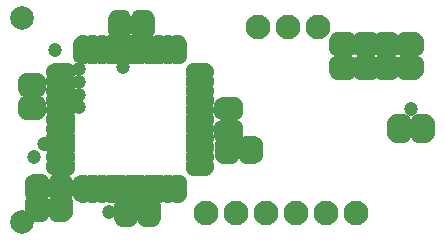
<source format=gbr>
%FSLAX34Y34*%
%MOMM*%
%LNSOLDERMASK_TOP*%
G71*
G01*
%ADD10C, 1.00*%
%ADD11R, 0.70X0.70*%
%ADD12R, 1.00X1.10*%
%ADD13R, 1.10X1.00*%
%ADD14C, 1.20*%
%ADD15C, 2.00*%
%ADD16C, 2.10*%
%LPD*%
G36*
X66212Y-59875D02*
X68212Y-57875D01*
X79212Y-57875D01*
X80212Y-58875D01*
X80212Y-62875D01*
X79212Y-63875D01*
X68212Y-63875D01*
X66212Y-61875D01*
X66212Y-59875D01*
G37*
G54D10*
X66212Y-59875D02*
X68212Y-57875D01*
X79212Y-57875D01*
X80212Y-58875D01*
X80212Y-62875D01*
X79212Y-63875D01*
X68212Y-63875D01*
X66212Y-61875D01*
X66212Y-59875D01*
G36*
X66212Y-67875D02*
X68212Y-65875D01*
X79212Y-65875D01*
X80212Y-66875D01*
X80212Y-70875D01*
X79212Y-71875D01*
X68212Y-71875D01*
X66212Y-69875D01*
X66212Y-67875D01*
G37*
G54D10*
X66212Y-67875D02*
X68212Y-65875D01*
X79212Y-65875D01*
X80212Y-66875D01*
X80212Y-70875D01*
X79212Y-71875D01*
X68212Y-71875D01*
X66212Y-69875D01*
X66212Y-67875D01*
X74712Y-60875D02*
G54D11*
D03*
X74712Y-68875D02*
G54D11*
D03*
G36*
X66212Y-75875D02*
X68212Y-73875D01*
X79212Y-73875D01*
X80212Y-74875D01*
X80212Y-78875D01*
X79212Y-79875D01*
X68212Y-79875D01*
X66212Y-77875D01*
X66212Y-75875D01*
G37*
G54D10*
X66212Y-75875D02*
X68212Y-73875D01*
X79212Y-73875D01*
X80212Y-74875D01*
X80212Y-78875D01*
X79212Y-79875D01*
X68212Y-79875D01*
X66212Y-77875D01*
X66212Y-75875D01*
G36*
X66212Y-83875D02*
X68212Y-81875D01*
X79212Y-81875D01*
X80212Y-82875D01*
X80212Y-86875D01*
X79212Y-87875D01*
X68212Y-87875D01*
X66212Y-85875D01*
X66212Y-83875D01*
G37*
G54D10*
X66212Y-83875D02*
X68212Y-81875D01*
X79212Y-81875D01*
X80212Y-82875D01*
X80212Y-86875D01*
X79212Y-87875D01*
X68212Y-87875D01*
X66212Y-85875D01*
X66212Y-83875D01*
X74712Y-76875D02*
G54D11*
D03*
X74712Y-84875D02*
G54D11*
D03*
G36*
X66212Y-91875D02*
X68212Y-89875D01*
X79212Y-89875D01*
X80212Y-90875D01*
X80212Y-94875D01*
X79212Y-95875D01*
X68212Y-95875D01*
X66212Y-93875D01*
X66212Y-91875D01*
G37*
G54D10*
X66212Y-91875D02*
X68212Y-89875D01*
X79212Y-89875D01*
X80212Y-90875D01*
X80212Y-94875D01*
X79212Y-95875D01*
X68212Y-95875D01*
X66212Y-93875D01*
X66212Y-91875D01*
G36*
X66212Y-99875D02*
X68212Y-97875D01*
X79212Y-97875D01*
X80212Y-98875D01*
X80212Y-102875D01*
X79212Y-103875D01*
X68212Y-103875D01*
X66212Y-101875D01*
X66212Y-99875D01*
G37*
G54D10*
X66212Y-99875D02*
X68212Y-97875D01*
X79212Y-97875D01*
X80212Y-98875D01*
X80212Y-102875D01*
X79212Y-103875D01*
X68212Y-103875D01*
X66212Y-101875D01*
X66212Y-99875D01*
X74712Y-92875D02*
G54D11*
D03*
X74712Y-100875D02*
G54D11*
D03*
G36*
X66212Y-107875D02*
X68212Y-105875D01*
X79212Y-105875D01*
X80212Y-106875D01*
X80212Y-110875D01*
X79212Y-111875D01*
X68212Y-111875D01*
X66212Y-109875D01*
X66212Y-107875D01*
G37*
G54D10*
X66212Y-107875D02*
X68212Y-105875D01*
X79212Y-105875D01*
X80212Y-106875D01*
X80212Y-110875D01*
X79212Y-111875D01*
X68212Y-111875D01*
X66212Y-109875D01*
X66212Y-107875D01*
G36*
X66212Y-115875D02*
X68212Y-113875D01*
X79212Y-113875D01*
X80212Y-114875D01*
X80212Y-118875D01*
X79212Y-119875D01*
X68212Y-119875D01*
X66212Y-117875D01*
X66212Y-115875D01*
G37*
G54D10*
X66212Y-115875D02*
X68212Y-113875D01*
X79212Y-113875D01*
X80212Y-114875D01*
X80212Y-118875D01*
X79212Y-119875D01*
X68212Y-119875D01*
X66212Y-117875D01*
X66212Y-115875D01*
X74712Y-108875D02*
G54D11*
D03*
X74712Y-116875D02*
G54D11*
D03*
G36*
X173212Y-34875D02*
X175212Y-36875D01*
X175212Y-47875D01*
X174212Y-48875D01*
X170212Y-48875D01*
X169212Y-47875D01*
X169212Y-36875D01*
X171212Y-34875D01*
X173212Y-34875D01*
G37*
G54D10*
X173212Y-34875D02*
X175212Y-36875D01*
X175212Y-47875D01*
X174212Y-48875D01*
X170212Y-48875D01*
X169212Y-47875D01*
X169212Y-36875D01*
X171212Y-34875D01*
X173212Y-34875D01*
G36*
X165212Y-34875D02*
X167212Y-36875D01*
X167212Y-47875D01*
X166212Y-48875D01*
X162212Y-48875D01*
X161212Y-47875D01*
X161212Y-36875D01*
X163212Y-34875D01*
X165212Y-34875D01*
G37*
G54D10*
X165212Y-34875D02*
X167212Y-36875D01*
X167212Y-47875D01*
X166212Y-48875D01*
X162212Y-48875D01*
X161212Y-47875D01*
X161212Y-36875D01*
X163212Y-34875D01*
X165212Y-34875D01*
X172212Y-43375D02*
G54D11*
D03*
X164212Y-43375D02*
G54D11*
D03*
G36*
X157212Y-34875D02*
X159212Y-36875D01*
X159212Y-47875D01*
X158212Y-48875D01*
X154212Y-48875D01*
X153212Y-47875D01*
X153212Y-36875D01*
X155212Y-34875D01*
X157212Y-34875D01*
G37*
G54D10*
X157212Y-34875D02*
X159212Y-36875D01*
X159212Y-47875D01*
X158212Y-48875D01*
X154212Y-48875D01*
X153212Y-47875D01*
X153212Y-36875D01*
X155212Y-34875D01*
X157212Y-34875D01*
G36*
X149212Y-34875D02*
X151212Y-36875D01*
X151212Y-47875D01*
X150212Y-48875D01*
X146212Y-48875D01*
X145212Y-47875D01*
X145212Y-36875D01*
X147212Y-34875D01*
X149212Y-34875D01*
G37*
G54D10*
X149212Y-34875D02*
X151212Y-36875D01*
X151212Y-47875D01*
X150212Y-48875D01*
X146212Y-48875D01*
X145212Y-47875D01*
X145212Y-36875D01*
X147212Y-34875D01*
X149212Y-34875D01*
X156212Y-43375D02*
G54D11*
D03*
X148212Y-43375D02*
G54D11*
D03*
G36*
X141212Y-34875D02*
X143212Y-36875D01*
X143212Y-47875D01*
X142212Y-48875D01*
X138212Y-48875D01*
X137212Y-47875D01*
X137212Y-36875D01*
X139212Y-34875D01*
X141212Y-34875D01*
G37*
G54D10*
X141212Y-34875D02*
X143212Y-36875D01*
X143212Y-47875D01*
X142212Y-48875D01*
X138212Y-48875D01*
X137212Y-47875D01*
X137212Y-36875D01*
X139212Y-34875D01*
X141212Y-34875D01*
G36*
X133212Y-34875D02*
X135212Y-36875D01*
X135212Y-47875D01*
X134212Y-48875D01*
X130212Y-48875D01*
X129212Y-47875D01*
X129212Y-36875D01*
X131212Y-34875D01*
X133212Y-34875D01*
G37*
G54D10*
X133212Y-34875D02*
X135212Y-36875D01*
X135212Y-47875D01*
X134212Y-48875D01*
X130212Y-48875D01*
X129212Y-47875D01*
X129212Y-36875D01*
X131212Y-34875D01*
X133212Y-34875D01*
X140212Y-43375D02*
G54D11*
D03*
X132212Y-43375D02*
G54D11*
D03*
G36*
X125212Y-34875D02*
X127212Y-36875D01*
X127212Y-47875D01*
X126212Y-48875D01*
X122212Y-48875D01*
X121212Y-47875D01*
X121212Y-36875D01*
X123212Y-34875D01*
X125212Y-34875D01*
G37*
G54D10*
X125212Y-34875D02*
X127212Y-36875D01*
X127212Y-47875D01*
X126212Y-48875D01*
X122212Y-48875D01*
X121212Y-47875D01*
X121212Y-36875D01*
X123212Y-34875D01*
X125212Y-34875D01*
G36*
X117212Y-34875D02*
X119212Y-36875D01*
X119212Y-47875D01*
X118212Y-48875D01*
X114212Y-48875D01*
X113212Y-47875D01*
X113212Y-36875D01*
X115212Y-34875D01*
X117212Y-34875D01*
G37*
G54D10*
X117212Y-34875D02*
X119212Y-36875D01*
X119212Y-47875D01*
X118212Y-48875D01*
X114212Y-48875D01*
X113212Y-47875D01*
X113212Y-36875D01*
X115212Y-34875D01*
X117212Y-34875D01*
X124212Y-43375D02*
G54D11*
D03*
X116212Y-43375D02*
G54D11*
D03*
G36*
X198212Y-117875D02*
X196212Y-119875D01*
X185212Y-119875D01*
X184212Y-118875D01*
X184212Y-114875D01*
X185212Y-113875D01*
X196212Y-113875D01*
X198212Y-115875D01*
X198212Y-117875D01*
G37*
G54D10*
X198212Y-117875D02*
X196212Y-119875D01*
X185212Y-119875D01*
X184212Y-118875D01*
X184212Y-114875D01*
X185212Y-113875D01*
X196212Y-113875D01*
X198212Y-115875D01*
X198212Y-117875D01*
G36*
X198212Y-109875D02*
X196212Y-111875D01*
X185212Y-111875D01*
X184212Y-110875D01*
X184212Y-106875D01*
X185212Y-105875D01*
X196212Y-105875D01*
X198212Y-107875D01*
X198212Y-109875D01*
G37*
G54D10*
X198212Y-109875D02*
X196212Y-111875D01*
X185212Y-111875D01*
X184212Y-110875D01*
X184212Y-106875D01*
X185212Y-105875D01*
X196212Y-105875D01*
X198212Y-107875D01*
X198212Y-109875D01*
X189712Y-116875D02*
G54D11*
D03*
X189712Y-108875D02*
G54D11*
D03*
G36*
X198212Y-101875D02*
X196212Y-103875D01*
X185212Y-103875D01*
X184212Y-102875D01*
X184212Y-98875D01*
X185212Y-97875D01*
X196212Y-97875D01*
X198212Y-99875D01*
X198212Y-101875D01*
G37*
G54D10*
X198212Y-101875D02*
X196212Y-103875D01*
X185212Y-103875D01*
X184212Y-102875D01*
X184212Y-98875D01*
X185212Y-97875D01*
X196212Y-97875D01*
X198212Y-99875D01*
X198212Y-101875D01*
G36*
X198212Y-93875D02*
X196212Y-95875D01*
X185212Y-95875D01*
X184212Y-94875D01*
X184212Y-90875D01*
X185212Y-89875D01*
X196212Y-89875D01*
X198212Y-91875D01*
X198212Y-93875D01*
G37*
G54D10*
X198212Y-93875D02*
X196212Y-95875D01*
X185212Y-95875D01*
X184212Y-94875D01*
X184212Y-90875D01*
X185212Y-89875D01*
X196212Y-89875D01*
X198212Y-91875D01*
X198212Y-93875D01*
X189712Y-100875D02*
G54D11*
D03*
X189712Y-92875D02*
G54D11*
D03*
G36*
X198212Y-85875D02*
X196212Y-87875D01*
X185212Y-87875D01*
X184212Y-86875D01*
X184212Y-82875D01*
X185212Y-81875D01*
X196212Y-81875D01*
X198212Y-83875D01*
X198212Y-85875D01*
G37*
G54D10*
X198212Y-85875D02*
X196212Y-87875D01*
X185212Y-87875D01*
X184212Y-86875D01*
X184212Y-82875D01*
X185212Y-81875D01*
X196212Y-81875D01*
X198212Y-83875D01*
X198212Y-85875D01*
G36*
X198212Y-77875D02*
X196212Y-79875D01*
X185212Y-79875D01*
X184212Y-78875D01*
X184212Y-74875D01*
X185212Y-73875D01*
X196212Y-73875D01*
X198212Y-75875D01*
X198212Y-77875D01*
G37*
G54D10*
X198212Y-77875D02*
X196212Y-79875D01*
X185212Y-79875D01*
X184212Y-78875D01*
X184212Y-74875D01*
X185212Y-73875D01*
X196212Y-73875D01*
X198212Y-75875D01*
X198212Y-77875D01*
X189712Y-84875D02*
G54D11*
D03*
X189712Y-76875D02*
G54D11*
D03*
G36*
X198212Y-69875D02*
X196212Y-71875D01*
X185212Y-71875D01*
X184212Y-70875D01*
X184212Y-66875D01*
X185212Y-65875D01*
X196212Y-65875D01*
X198212Y-67875D01*
X198212Y-69875D01*
G37*
G54D10*
X198212Y-69875D02*
X196212Y-71875D01*
X185212Y-71875D01*
X184212Y-70875D01*
X184212Y-66875D01*
X185212Y-65875D01*
X196212Y-65875D01*
X198212Y-67875D01*
X198212Y-69875D01*
G36*
X198212Y-61875D02*
X196212Y-63875D01*
X185212Y-63875D01*
X184212Y-62875D01*
X184212Y-58875D01*
X185212Y-57875D01*
X196212Y-57875D01*
X198212Y-59875D01*
X198212Y-61875D01*
G37*
G54D10*
X198212Y-61875D02*
X196212Y-63875D01*
X185212Y-63875D01*
X184212Y-62875D01*
X184212Y-58875D01*
X185212Y-57875D01*
X196212Y-57875D01*
X198212Y-59875D01*
X198212Y-61875D01*
X189712Y-68875D02*
G54D11*
D03*
X189712Y-60875D02*
G54D11*
D03*
G36*
X115212Y-166875D02*
X113212Y-164875D01*
X113212Y-153875D01*
X114212Y-152875D01*
X118212Y-152875D01*
X119212Y-153875D01*
X119212Y-164875D01*
X117212Y-166875D01*
X115212Y-166875D01*
G37*
G54D10*
X115212Y-166875D02*
X113212Y-164875D01*
X113212Y-153875D01*
X114212Y-152875D01*
X118212Y-152875D01*
X119212Y-153875D01*
X119212Y-164875D01*
X117212Y-166875D01*
X115212Y-166875D01*
G36*
X123212Y-166875D02*
X121212Y-164875D01*
X121212Y-153875D01*
X122212Y-152875D01*
X126212Y-152875D01*
X127212Y-153875D01*
X127212Y-164875D01*
X125212Y-166875D01*
X123212Y-166875D01*
G37*
G54D10*
X123212Y-166875D02*
X121212Y-164875D01*
X121212Y-153875D01*
X122212Y-152875D01*
X126212Y-152875D01*
X127212Y-153875D01*
X127212Y-164875D01*
X125212Y-166875D01*
X123212Y-166875D01*
X116212Y-158375D02*
G54D11*
D03*
X124212Y-158375D02*
G54D11*
D03*
G36*
X131212Y-166875D02*
X129212Y-164875D01*
X129212Y-153875D01*
X130212Y-152875D01*
X134212Y-152875D01*
X135212Y-153875D01*
X135212Y-164875D01*
X133212Y-166875D01*
X131212Y-166875D01*
G37*
G54D10*
X131212Y-166875D02*
X129212Y-164875D01*
X129212Y-153875D01*
X130212Y-152875D01*
X134212Y-152875D01*
X135212Y-153875D01*
X135212Y-164875D01*
X133212Y-166875D01*
X131212Y-166875D01*
G36*
X139212Y-166875D02*
X137212Y-164875D01*
X137212Y-153875D01*
X138212Y-152875D01*
X142212Y-152875D01*
X143212Y-153875D01*
X143212Y-164875D01*
X141212Y-166875D01*
X139212Y-166875D01*
G37*
G54D10*
X139212Y-166875D02*
X137212Y-164875D01*
X137212Y-153875D01*
X138212Y-152875D01*
X142212Y-152875D01*
X143212Y-153875D01*
X143212Y-164875D01*
X141212Y-166875D01*
X139212Y-166875D01*
X132212Y-158375D02*
G54D11*
D03*
X140212Y-158375D02*
G54D11*
D03*
G36*
X147212Y-166875D02*
X145212Y-164875D01*
X145212Y-153875D01*
X146212Y-152875D01*
X150212Y-152875D01*
X151212Y-153875D01*
X151212Y-164875D01*
X149212Y-166875D01*
X147212Y-166875D01*
G37*
G54D10*
X147212Y-166875D02*
X145212Y-164875D01*
X145212Y-153875D01*
X146212Y-152875D01*
X150212Y-152875D01*
X151212Y-153875D01*
X151212Y-164875D01*
X149212Y-166875D01*
X147212Y-166875D01*
G36*
X155212Y-166875D02*
X153212Y-164875D01*
X153212Y-153875D01*
X154212Y-152875D01*
X158212Y-152875D01*
X159212Y-153875D01*
X159212Y-164875D01*
X157212Y-166875D01*
X155212Y-166875D01*
G37*
G54D10*
X155212Y-166875D02*
X153212Y-164875D01*
X153212Y-153875D01*
X154212Y-152875D01*
X158212Y-152875D01*
X159212Y-153875D01*
X159212Y-164875D01*
X157212Y-166875D01*
X155212Y-166875D01*
X148212Y-158375D02*
G54D11*
D03*
X156212Y-158375D02*
G54D11*
D03*
G36*
X163212Y-166875D02*
X161212Y-164875D01*
X161212Y-153875D01*
X162212Y-152875D01*
X166212Y-152875D01*
X167212Y-153875D01*
X167212Y-164875D01*
X165212Y-166875D01*
X163212Y-166875D01*
G37*
G54D10*
X163212Y-166875D02*
X161212Y-164875D01*
X161212Y-153875D01*
X162212Y-152875D01*
X166212Y-152875D01*
X167212Y-153875D01*
X167212Y-164875D01*
X165212Y-166875D01*
X163212Y-166875D01*
G36*
X171212Y-166875D02*
X169212Y-164875D01*
X169212Y-153875D01*
X170212Y-152875D01*
X174212Y-152875D01*
X175212Y-153875D01*
X175212Y-164875D01*
X173212Y-166875D01*
X171212Y-166875D01*
G37*
G54D10*
X171212Y-166875D02*
X169212Y-164875D01*
X169212Y-153875D01*
X170212Y-152875D01*
X174212Y-152875D01*
X175212Y-153875D01*
X175212Y-164875D01*
X173212Y-166875D01*
X171212Y-166875D01*
X164212Y-158375D02*
G54D11*
D03*
X172212Y-158375D02*
G54D11*
D03*
G36*
X66212Y-123875D02*
X68212Y-121875D01*
X79212Y-121875D01*
X80212Y-122875D01*
X80212Y-126875D01*
X79212Y-127875D01*
X68212Y-127875D01*
X66212Y-125875D01*
X66212Y-123875D01*
G37*
G54D10*
X66212Y-123875D02*
X68212Y-121875D01*
X79212Y-121875D01*
X80212Y-122875D01*
X80212Y-126875D01*
X79212Y-127875D01*
X68212Y-127875D01*
X66212Y-125875D01*
X66212Y-123875D01*
X74712Y-124875D02*
G54D11*
D03*
G36*
X66212Y-131875D02*
X68212Y-129875D01*
X79212Y-129875D01*
X80212Y-130875D01*
X80212Y-134875D01*
X79212Y-135875D01*
X68212Y-135875D01*
X66212Y-133875D01*
X66212Y-131875D01*
G37*
G54D10*
X66212Y-131875D02*
X68212Y-129875D01*
X79212Y-129875D01*
X80212Y-130875D01*
X80212Y-134875D01*
X79212Y-135875D01*
X68212Y-135875D01*
X66212Y-133875D01*
X66212Y-131875D01*
G36*
X66212Y-139875D02*
X68212Y-137875D01*
X79212Y-137875D01*
X80212Y-138875D01*
X80212Y-142875D01*
X79212Y-143875D01*
X68212Y-143875D01*
X66212Y-141875D01*
X66212Y-139875D01*
G37*
G54D10*
X66212Y-139875D02*
X68212Y-137875D01*
X79212Y-137875D01*
X80212Y-138875D01*
X80212Y-142875D01*
X79212Y-143875D01*
X68212Y-143875D01*
X66212Y-141875D01*
X66212Y-139875D01*
X74712Y-132875D02*
G54D11*
D03*
X74712Y-140875D02*
G54D11*
D03*
G36*
X109212Y-34875D02*
X111212Y-36875D01*
X111212Y-47875D01*
X110212Y-48875D01*
X106212Y-48875D01*
X105212Y-47875D01*
X105212Y-36875D01*
X107212Y-34875D01*
X109212Y-34875D01*
G37*
G54D10*
X109212Y-34875D02*
X111212Y-36875D01*
X111212Y-47875D01*
X110212Y-48875D01*
X106212Y-48875D01*
X105212Y-47875D01*
X105212Y-36875D01*
X107212Y-34875D01*
X109212Y-34875D01*
X108212Y-43375D02*
G54D11*
D03*
G36*
X101212Y-34875D02*
X103212Y-36875D01*
X103212Y-47875D01*
X102212Y-48875D01*
X98212Y-48875D01*
X97212Y-47875D01*
X97212Y-36875D01*
X99212Y-34875D01*
X101212Y-34875D01*
G37*
G54D10*
X101212Y-34875D02*
X103212Y-36875D01*
X103212Y-47875D01*
X102212Y-48875D01*
X98212Y-48875D01*
X97212Y-47875D01*
X97212Y-36875D01*
X99212Y-34875D01*
X101212Y-34875D01*
G36*
X93212Y-34875D02*
X95212Y-36875D01*
X95212Y-47875D01*
X94212Y-48875D01*
X90212Y-48875D01*
X89212Y-47875D01*
X89212Y-36875D01*
X91212Y-34875D01*
X93212Y-34875D01*
G37*
G54D10*
X93212Y-34875D02*
X95212Y-36875D01*
X95212Y-47875D01*
X94212Y-48875D01*
X90212Y-48875D01*
X89212Y-47875D01*
X89212Y-36875D01*
X91212Y-34875D01*
X93212Y-34875D01*
X100212Y-43375D02*
G54D11*
D03*
X92212Y-43375D02*
G54D11*
D03*
G36*
X198212Y-141875D02*
X196212Y-143875D01*
X185212Y-143875D01*
X184212Y-142875D01*
X184212Y-138875D01*
X185212Y-137875D01*
X196212Y-137875D01*
X198212Y-139875D01*
X198212Y-141875D01*
G37*
G54D10*
X198212Y-141875D02*
X196212Y-143875D01*
X185212Y-143875D01*
X184212Y-142875D01*
X184212Y-138875D01*
X185212Y-137875D01*
X196212Y-137875D01*
X198212Y-139875D01*
X198212Y-141875D01*
G36*
X198212Y-133875D02*
X196212Y-135875D01*
X185212Y-135875D01*
X184212Y-134875D01*
X184212Y-130875D01*
X185212Y-129875D01*
X196212Y-129875D01*
X198212Y-131875D01*
X198212Y-133875D01*
G37*
G54D10*
X198212Y-133875D02*
X196212Y-135875D01*
X185212Y-135875D01*
X184212Y-134875D01*
X184212Y-130875D01*
X185212Y-129875D01*
X196212Y-129875D01*
X198212Y-131875D01*
X198212Y-133875D01*
X189712Y-140875D02*
G54D11*
D03*
X189712Y-132875D02*
G54D11*
D03*
G36*
X198212Y-125875D02*
X196212Y-127875D01*
X185212Y-127875D01*
X184212Y-126875D01*
X184212Y-122875D01*
X185212Y-121875D01*
X196212Y-121875D01*
X198212Y-123875D01*
X198212Y-125875D01*
G37*
G54D10*
X198212Y-125875D02*
X196212Y-127875D01*
X185212Y-127875D01*
X184212Y-126875D01*
X184212Y-122875D01*
X185212Y-121875D01*
X196212Y-121875D01*
X198212Y-123875D01*
X198212Y-125875D01*
X189712Y-124875D02*
G54D11*
D03*
G36*
X91212Y-166875D02*
X89212Y-164875D01*
X89212Y-153875D01*
X90212Y-152875D01*
X94212Y-152875D01*
X95212Y-153875D01*
X95212Y-164875D01*
X93212Y-166875D01*
X91212Y-166875D01*
G37*
G54D10*
X91212Y-166875D02*
X89212Y-164875D01*
X89212Y-153875D01*
X90212Y-152875D01*
X94212Y-152875D01*
X95212Y-153875D01*
X95212Y-164875D01*
X93212Y-166875D01*
X91212Y-166875D01*
G36*
X99212Y-166875D02*
X97212Y-164875D01*
X97212Y-153875D01*
X98212Y-152875D01*
X102212Y-152875D01*
X103212Y-153875D01*
X103212Y-164875D01*
X101212Y-166875D01*
X99212Y-166875D01*
G37*
G54D10*
X99212Y-166875D02*
X97212Y-164875D01*
X97212Y-153875D01*
X98212Y-152875D01*
X102212Y-152875D01*
X103212Y-153875D01*
X103212Y-164875D01*
X101212Y-166875D01*
X99212Y-166875D01*
X92212Y-158375D02*
G54D11*
D03*
X100212Y-158375D02*
G54D11*
D03*
G36*
X107212Y-166875D02*
X105212Y-164875D01*
X105212Y-153875D01*
X106212Y-152875D01*
X110212Y-152875D01*
X111212Y-153875D01*
X111212Y-164875D01*
X109212Y-166875D01*
X107212Y-166875D01*
G37*
G54D10*
X107212Y-166875D02*
X105212Y-164875D01*
X105212Y-153875D01*
X106212Y-152875D01*
X110212Y-152875D01*
X111212Y-153875D01*
X111212Y-164875D01*
X109212Y-166875D01*
X107212Y-166875D01*
X108212Y-158375D02*
G54D11*
D03*
G36*
X148100Y-25800D02*
X146100Y-27800D01*
X139100Y-27800D01*
X138100Y-26800D01*
X138100Y-14800D01*
X139100Y-13800D01*
X146100Y-13800D01*
X148100Y-15800D01*
X148100Y-25800D01*
G37*
G54D10*
X148100Y-25800D02*
X146100Y-27800D01*
X139100Y-27800D01*
X138100Y-26800D01*
X138100Y-14800D01*
X139100Y-13800D01*
X146100Y-13800D01*
X148100Y-15800D01*
X148100Y-25800D01*
G36*
X128100Y-26800D02*
X127100Y-27800D01*
X120100Y-27800D01*
X118100Y-25800D01*
X118100Y-15800D01*
X120100Y-13800D01*
X127100Y-13800D01*
X128100Y-14800D01*
X128100Y-26800D01*
G37*
G54D10*
X128100Y-26800D02*
X127100Y-27800D01*
X120100Y-27800D01*
X118100Y-25800D01*
X118100Y-15800D01*
X120100Y-13800D01*
X127100Y-13800D01*
X128100Y-14800D01*
X128100Y-26800D01*
X143100Y-21300D02*
G54D12*
D03*
G36*
X153300Y-184600D02*
X151300Y-186600D01*
X144300Y-186600D01*
X143300Y-185600D01*
X143300Y-173600D01*
X144300Y-172600D01*
X151300Y-172600D01*
X153300Y-174600D01*
X153300Y-184600D01*
G37*
G54D10*
X153300Y-184600D02*
X151300Y-186600D01*
X144300Y-186600D01*
X143300Y-185600D01*
X143300Y-173600D01*
X144300Y-172600D01*
X151300Y-172600D01*
X153300Y-174600D01*
X153300Y-184600D01*
G36*
X133300Y-185600D02*
X132300Y-186600D01*
X125300Y-186600D01*
X123300Y-184600D01*
X123300Y-174600D01*
X125300Y-172600D01*
X132300Y-172600D01*
X133300Y-173600D01*
X133300Y-185600D01*
G37*
G54D10*
X133300Y-185600D02*
X132300Y-186600D01*
X125300Y-186600D01*
X123300Y-184600D01*
X123300Y-174600D01*
X125300Y-172600D01*
X132300Y-172600D01*
X133300Y-173600D01*
X133300Y-185600D01*
X148300Y-180100D02*
G54D12*
D03*
G36*
X210600Y-116700D02*
X208600Y-114700D01*
X208600Y-107700D01*
X209600Y-106700D01*
X221600Y-106700D01*
X222600Y-107700D01*
X222600Y-114700D01*
X220600Y-116700D01*
X210600Y-116700D01*
G37*
G54D10*
X210600Y-116700D02*
X208600Y-114700D01*
X208600Y-107700D01*
X209600Y-106700D01*
X221600Y-106700D01*
X222600Y-107700D01*
X222600Y-114700D01*
X220600Y-116700D01*
X210600Y-116700D01*
G36*
X209600Y-96700D02*
X208600Y-95700D01*
X208600Y-88700D01*
X210600Y-86700D01*
X220600Y-86700D01*
X222600Y-88700D01*
X222600Y-95700D01*
X221600Y-96700D01*
X209600Y-96700D01*
G37*
G54D10*
X209600Y-96700D02*
X208600Y-95700D01*
X208600Y-88700D01*
X210600Y-86700D01*
X220600Y-86700D01*
X222600Y-88700D01*
X222600Y-95700D01*
X221600Y-96700D01*
X209600Y-96700D01*
X215100Y-111700D02*
G54D13*
D03*
G36*
X53900Y-66600D02*
X55900Y-68600D01*
X55900Y-75600D01*
X54900Y-76600D01*
X42900Y-76600D01*
X41900Y-75600D01*
X41900Y-68600D01*
X43900Y-66600D01*
X53900Y-66600D01*
G37*
G54D10*
X53900Y-66600D02*
X55900Y-68600D01*
X55900Y-75600D01*
X54900Y-76600D01*
X42900Y-76600D01*
X41900Y-75600D01*
X41900Y-68600D01*
X43900Y-66600D01*
X53900Y-66600D01*
G36*
X54900Y-86600D02*
X55900Y-87600D01*
X55900Y-94600D01*
X53900Y-96600D01*
X43900Y-96600D01*
X41900Y-94600D01*
X41900Y-87600D01*
X42900Y-86600D01*
X54900Y-86600D01*
G37*
G54D10*
X54900Y-86600D02*
X55900Y-87600D01*
X55900Y-94600D01*
X53900Y-96600D01*
X43900Y-96600D01*
X41900Y-94600D01*
X41900Y-87600D01*
X42900Y-86600D01*
X54900Y-86600D01*
X49400Y-71600D02*
G54D13*
D03*
X68900Y-42000D02*
G54D14*
D03*
X114100Y-179700D02*
G54D14*
D03*
X40900Y-14800D02*
G54D15*
D03*
X40900Y-188200D02*
G54D15*
D03*
X323100Y-180100D02*
G54D16*
D03*
X297700Y-180100D02*
G54D16*
D03*
X272300Y-180100D02*
G54D16*
D03*
X246900Y-180100D02*
G54D16*
D03*
X221500Y-180100D02*
G54D16*
D03*
X196100Y-180100D02*
G54D16*
D03*
X89100Y-58000D02*
G54D14*
D03*
X89100Y-69000D02*
G54D14*
D03*
X89100Y-79900D02*
G54D14*
D03*
X89100Y-90800D02*
G54D14*
D03*
X240200Y-22400D02*
G54D16*
D03*
X265600Y-22400D02*
G54D16*
D03*
X291000Y-22400D02*
G54D16*
D03*
X126400Y-56400D02*
G54D14*
D03*
X59400Y-121400D02*
G54D14*
D03*
X50800Y-132800D02*
G54D14*
D03*
G36*
X317400Y-32300D02*
X319400Y-34300D01*
X319400Y-41300D01*
X318400Y-42300D01*
X306400Y-42300D01*
X305400Y-41300D01*
X305400Y-34300D01*
X307400Y-32300D01*
X317400Y-32300D01*
G37*
G54D10*
X317400Y-32300D02*
X319400Y-34300D01*
X319400Y-41300D01*
X318400Y-42300D01*
X306400Y-42300D01*
X305400Y-41300D01*
X305400Y-34300D01*
X307400Y-32300D01*
X317400Y-32300D01*
G36*
X318400Y-52300D02*
X319400Y-53300D01*
X319400Y-60300D01*
X317400Y-62300D01*
X307400Y-62300D01*
X305400Y-60300D01*
X305400Y-53300D01*
X306400Y-52300D01*
X318400Y-52300D01*
G37*
G54D10*
X318400Y-52300D02*
X319400Y-53300D01*
X319400Y-60300D01*
X317400Y-62300D01*
X307400Y-62300D01*
X305400Y-60300D01*
X305400Y-53300D01*
X306400Y-52300D01*
X318400Y-52300D01*
X312900Y-37300D02*
G54D13*
D03*
X312400Y-57300D02*
G54D13*
D03*
G36*
X354200Y-32300D02*
X356200Y-34300D01*
X356200Y-41300D01*
X355200Y-42300D01*
X343200Y-42300D01*
X342200Y-41300D01*
X342200Y-34300D01*
X344200Y-32300D01*
X354200Y-32300D01*
G37*
G54D10*
X354200Y-32300D02*
X356200Y-34300D01*
X356200Y-41300D01*
X355200Y-42300D01*
X343200Y-42300D01*
X342200Y-41300D01*
X342200Y-34300D01*
X344200Y-32300D01*
X354200Y-32300D01*
G36*
X355200Y-52300D02*
X356200Y-53300D01*
X356200Y-60300D01*
X354200Y-62300D01*
X344200Y-62300D01*
X342200Y-60300D01*
X342200Y-53300D01*
X343200Y-52300D01*
X355200Y-52300D01*
G37*
G54D10*
X355200Y-52300D02*
X356200Y-53300D01*
X356200Y-60300D01*
X354200Y-62300D01*
X344200Y-62300D01*
X342200Y-60300D01*
X342200Y-53300D01*
X343200Y-52300D01*
X355200Y-52300D01*
X349700Y-37300D02*
G54D13*
D03*
X349200Y-57300D02*
G54D13*
D03*
G36*
X239100Y-131900D02*
X237100Y-133900D01*
X230100Y-133900D01*
X229100Y-132900D01*
X229100Y-120900D01*
X230100Y-119900D01*
X237100Y-119900D01*
X239100Y-121900D01*
X239100Y-131900D01*
G37*
G54D10*
X239100Y-131900D02*
X237100Y-133900D01*
X230100Y-133900D01*
X229100Y-132900D01*
X229100Y-120900D01*
X230100Y-119900D01*
X237100Y-119900D01*
X239100Y-121900D01*
X239100Y-131900D01*
G36*
X219100Y-132900D02*
X218100Y-133900D01*
X211100Y-133900D01*
X209100Y-131900D01*
X209100Y-121900D01*
X211100Y-119900D01*
X218100Y-119900D01*
X219100Y-120900D01*
X219100Y-132900D01*
G37*
G54D10*
X219100Y-132900D02*
X218100Y-133900D01*
X211100Y-133900D01*
X209100Y-131900D01*
X209100Y-121900D01*
X211100Y-119900D01*
X218100Y-119900D01*
X219100Y-120900D01*
X219100Y-132900D01*
X234100Y-127400D02*
G54D12*
D03*
X214100Y-126900D02*
G54D12*
D03*
G36*
X78300Y-164200D02*
X76300Y-166200D01*
X69300Y-166200D01*
X68300Y-165200D01*
X68300Y-153200D01*
X69300Y-152200D01*
X76300Y-152200D01*
X78300Y-154200D01*
X78300Y-164200D01*
G37*
G54D10*
X78300Y-164200D02*
X76300Y-166200D01*
X69300Y-166200D01*
X68300Y-165200D01*
X68300Y-153200D01*
X69300Y-152200D01*
X76300Y-152200D01*
X78300Y-154200D01*
X78300Y-164200D01*
G36*
X58300Y-165200D02*
X57300Y-166200D01*
X50300Y-166200D01*
X48300Y-164200D01*
X48300Y-154200D01*
X50300Y-152200D01*
X57300Y-152200D01*
X58300Y-153200D01*
X58300Y-165200D01*
G37*
G54D10*
X58300Y-165200D02*
X57300Y-166200D01*
X50300Y-166200D01*
X48300Y-164200D01*
X48300Y-154200D01*
X50300Y-152200D01*
X57300Y-152200D01*
X58300Y-153200D01*
X58300Y-165200D01*
X73300Y-159700D02*
G54D12*
D03*
X53300Y-159200D02*
G54D12*
D03*
G36*
X78300Y-180600D02*
X76300Y-182600D01*
X69300Y-182600D01*
X68300Y-181600D01*
X68300Y-169600D01*
X69300Y-168600D01*
X76300Y-168600D01*
X78300Y-170600D01*
X78300Y-180600D01*
G37*
G54D10*
X78300Y-180600D02*
X76300Y-182600D01*
X69300Y-182600D01*
X68300Y-181600D01*
X68300Y-169600D01*
X69300Y-168600D01*
X76300Y-168600D01*
X78300Y-170600D01*
X78300Y-180600D01*
G36*
X58300Y-181600D02*
X57300Y-182600D01*
X50300Y-182600D01*
X48300Y-180600D01*
X48300Y-170600D01*
X50300Y-168600D01*
X57300Y-168600D01*
X58300Y-169600D01*
X58300Y-181600D01*
G37*
G54D10*
X58300Y-181600D02*
X57300Y-182600D01*
X50300Y-182600D01*
X48300Y-180600D01*
X48300Y-170600D01*
X50300Y-168600D01*
X57300Y-168600D01*
X58300Y-169600D01*
X58300Y-181600D01*
X73300Y-176100D02*
G54D12*
D03*
X53300Y-175600D02*
G54D12*
D03*
G36*
X354900Y-103600D02*
X356900Y-101600D01*
X363900Y-101600D01*
X364900Y-102600D01*
X364900Y-114600D01*
X363900Y-115600D01*
X356900Y-115600D01*
X354900Y-113600D01*
X354900Y-103600D01*
G37*
G54D10*
X354900Y-103600D02*
X356900Y-101600D01*
X363900Y-101600D01*
X364900Y-102600D01*
X364900Y-114600D01*
X363900Y-115600D01*
X356900Y-115600D01*
X354900Y-113600D01*
X354900Y-103600D01*
G36*
X374900Y-102600D02*
X375900Y-101600D01*
X382900Y-101600D01*
X384900Y-103600D01*
X384900Y-113600D01*
X382900Y-115600D01*
X375900Y-115600D01*
X374900Y-114600D01*
X374900Y-102600D01*
G37*
G54D10*
X374900Y-102600D02*
X375900Y-101600D01*
X382900Y-101600D01*
X384900Y-103600D01*
X384900Y-113600D01*
X382900Y-115600D01*
X375900Y-115600D01*
X374900Y-114600D01*
X374900Y-102600D01*
G36*
X354900Y-102600D02*
X364900Y-102600D01*
X364900Y-113600D01*
X354900Y-113600D01*
X354900Y-102600D01*
G37*
X379900Y-108600D02*
G54D12*
D03*
X370000Y-92400D02*
G54D14*
D03*
G36*
X326800Y-62300D02*
X324800Y-60300D01*
X324800Y-53300D01*
X325800Y-52300D01*
X337800Y-52300D01*
X338800Y-53300D01*
X338800Y-60300D01*
X336800Y-62300D01*
X326800Y-62300D01*
G37*
G54D10*
X326800Y-62300D02*
X324800Y-60300D01*
X324800Y-53300D01*
X325800Y-52300D01*
X337800Y-52300D01*
X338800Y-53300D01*
X338800Y-60300D01*
X336800Y-62300D01*
X326800Y-62300D01*
G36*
X325800Y-42300D02*
X324800Y-41300D01*
X324800Y-34300D01*
X326800Y-32300D01*
X336800Y-32300D01*
X338800Y-34300D01*
X338800Y-41300D01*
X337800Y-42300D01*
X325800Y-42300D01*
G37*
G54D10*
X325800Y-42300D02*
X324800Y-41300D01*
X324800Y-34300D01*
X326800Y-32300D01*
X336800Y-32300D01*
X338800Y-34300D01*
X338800Y-41300D01*
X337800Y-42300D01*
X325800Y-42300D01*
X331300Y-57300D02*
G54D13*
D03*
X331800Y-37300D02*
G54D13*
D03*
G36*
X363600Y-62300D02*
X361600Y-60300D01*
X361600Y-53300D01*
X362600Y-52300D01*
X374600Y-52300D01*
X375600Y-53300D01*
X375600Y-60300D01*
X373600Y-62300D01*
X363600Y-62300D01*
G37*
G54D10*
X363600Y-62300D02*
X361600Y-60300D01*
X361600Y-53300D01*
X362600Y-52300D01*
X374600Y-52300D01*
X375600Y-53300D01*
X375600Y-60300D01*
X373600Y-62300D01*
X363600Y-62300D01*
G36*
X362600Y-42300D02*
X361600Y-41300D01*
X361600Y-34300D01*
X363600Y-32300D01*
X373600Y-32300D01*
X375600Y-34300D01*
X375600Y-41300D01*
X374600Y-42300D01*
X362600Y-42300D01*
G37*
G54D10*
X362600Y-42300D02*
X361600Y-41300D01*
X361600Y-34300D01*
X363600Y-32300D01*
X373600Y-32300D01*
X375600Y-34300D01*
X375600Y-41300D01*
X374600Y-42300D01*
X362600Y-42300D01*
X368100Y-57300D02*
G54D13*
D03*
X368600Y-37300D02*
G54D13*
D03*
M02*

</source>
